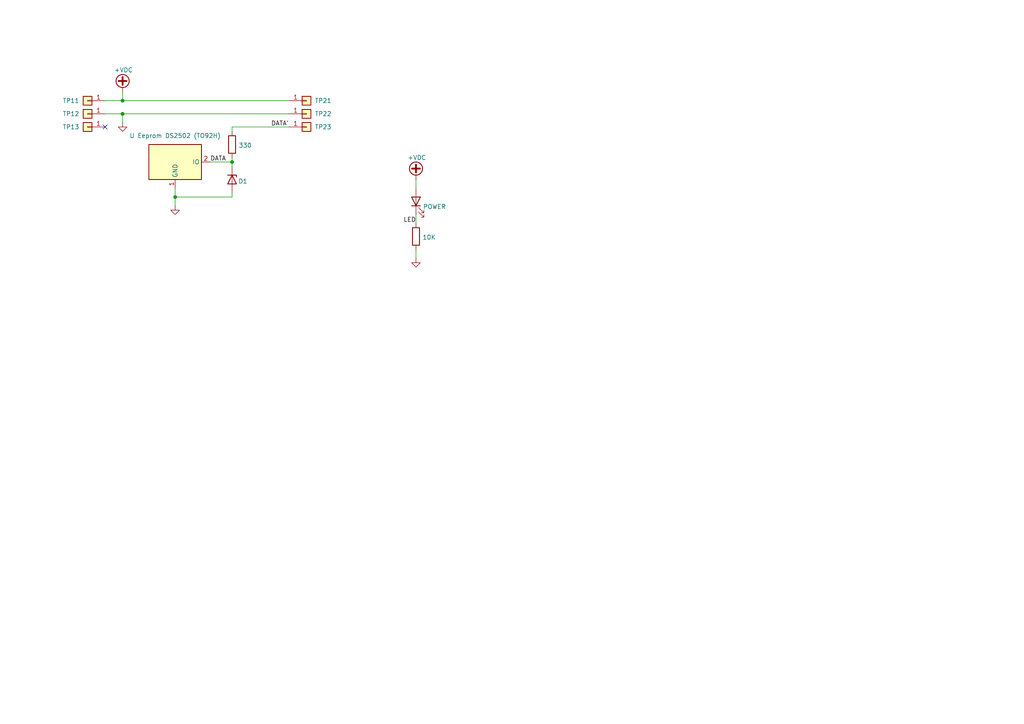
<source format=kicad_sch>
(kicad_sch (version 20231120) (generator "eeschema") (generator_version "8.0")
  (paper "A4")
  (lib_symbols
    (symbol "Connector_Generic:Conn_01x01" (pin_names (offset 1.016) hide)
      (property "Reference" "J" (at 0 2.54 0))
      (property "Value" "Conn_01x01" (at 0 -2.54 0))
      (symbol "Conn_01x01_1_1"
        (rectangle (start -1.27 0.127) (end 0 -0.127) (stroke (width 0.1524)))
        (rectangle (start -1.27 1.27) (end 1.27 -1.27) (stroke (width 0.254)) (fill (type background)))
        (pin passive line (at -5.08 0 0) (length 3.81) (name "Pin_1") (number "1"))
      )
    )
    (symbol "Device:D_Zener" (pin_numbers hide) (pin_names (offset 1.016) hide)
      (property "Reference" "D" (at 0 2.54 0))
      (property "Value" "D_Zener" (at 0 -2.54 0))
      (symbol "D_Zener_0_1"
        (polyline (pts (xy 1.27 0) (xy -1.27 0)))
        (polyline (pts (xy -1.27 -1.27) (xy -1.27 1.27) (xy -0.762 1.27)) (stroke (width 0.254)))
        (polyline (pts (xy 1.27 -1.27) (xy 1.27 1.27) (xy -1.27 0) (xy 1.27 -1.27)) (stroke (width 0.254)))
      )
      (symbol "D_Zener_1_1"
        (pin passive line (at -3.81 0 0) (length 2.54) (name "K") (number "1"))
        (pin passive line (at 3.81 0 180) (length 2.54) (name "A") (number "2"))
      )
    )
    (symbol "Device:LED" (pin_numbers hide) (pin_names (offset 1.016) hide)
      (property "Reference" "D" (at 0 2.54 0))
      (property "Value" "LED" (at 0 -2.54 0))
      (symbol "LED_0_1"
        (polyline (pts (xy -1.27 -1.27) (xy -1.27 1.27)) (stroke (width 0.254)))
        (polyline (pts (xy -1.27 0) (xy 1.27 0)))
        (polyline (pts (xy 1.27 -1.27) (xy 1.27 1.27) (xy -1.27 0) (xy 1.27 -1.27)) (stroke (width 0.254)))
        (polyline (pts (xy -3.048 -0.762) (xy -4.572 -2.286) (xy -3.81 -2.286) (xy -4.572 -2.286) (xy -4.572 -1.524)))
        (polyline (pts (xy -1.778 -0.762) (xy -3.302 -2.286) (xy -2.54 -2.286) (xy -3.302 -2.286) (xy -3.302 -1.524)))
      )
      (symbol "LED_1_1"
        (pin passive line (at -3.81 0 0) (length 2.54) (name "K") (number "1"))
        (pin passive line (at 3.81 0 180) (length 2.54) (name "A") (number "2"))
      )
    )
    (symbol "Device:R" (pin_numbers hide) (pin_names (offset 0))
      (property "Reference" "R" (at 2.032 0 90))
      (property "Value" "R" (at 0 0 90))
      (symbol "R_0_1"
        (rectangle (start -1.016 -2.54) (end 1.016 2.54) (stroke (width 0.254)))
      )
      (symbol "R_1_1"
        (pin passive line (at 0 3.81 270) (length 1.27) (name "~") (number "1"))
        (pin passive line (at 0 -3.81 90) (length 1.27) (name "~") (number "2"))
      )
    )
    (symbol "Memory_EEPROM:DS2431"
      (property "Reference" "U" (at -6.35 6.35 0))
      (property "Value" "DS2431" (at 7.62 6.35 0))
      (symbol "DS2431_1_1"
        (rectangle (start -7.62 5.08) (end 7.62 -5.08) (stroke (width 0.254)) (fill (type background)))
        (pin power_in line (at 0 -7.62 90) (length 2.54) (name "GND") (number "1"))
        (pin bidirectional line (at 10.16 0 180) (length 2.54) (name "IO") (number "2"))
        (pin no_connect line (at -7.62 0 0) (length 2.54) hide (name "NC") (number "3"))
      )
    )
    (symbol "power:+VDC" (power) (pin_numbers hide) (pin_names (offset 0) hide)
      (property "Value" "+VDC" (at 0 6.35 0))
      (symbol "+VDC_0_1"
        (polyline (pts (xy -1.143 3.175) (xy 1.143 3.175)) (stroke (width 0.508)))
        (polyline (pts (xy 0 0) (xy 0 1.27)))
        (polyline (pts (xy 0 2.032) (xy 0 4.318)) (stroke (width 0.508)))
        (circle (center 0 3.175) (radius 1.905) (stroke (width 0.254)))
      )
      (symbol "+VDC_1_1"
        (pin power_in line (at 0 0 90) (length 0) (name "~") (number "1"))
      )
    )
    (symbol "power:GND" (power) (pin_numbers hide) (pin_names (offset 0) hide)
      (property "Value" "GND" (at 0 -3.81 0))
      (symbol "GND_0_1"
        (polyline (pts (xy 0 0) (xy 0 -1.27) (xy 1.27 -1.27) (xy 0 -2.54) (xy -1.27 -1.27) (xy 0 -1.27)))
      )
      (symbol "GND_1_1"
        (pin power_in line (at 0 0 270) (length 0) (name "~") (number "1"))
      )
    )
  )
  (junction (at 35.56 29.21))
  (junction (at 35.56 33.02))
  (junction (at 50.8 57.15))
  (junction (at 67.31 46.99))
  (no_connect (at 30.48 36.83))
  (wire (pts (xy 35.56 26.67) (xy 35.56 29.21)))
  (wire (pts (xy 50.8 54.61) (xy 50.8 57.15)))
  (wire (pts (xy 67.31 45.72) (xy 67.31 46.99)))
  (wire (pts (xy 60.96 46.99) (xy 67.31 46.99)))
  (wire (pts (xy 67.31 36.83) (xy 83.82 36.83)))
  (wire (pts (xy 30.48 33.02) (xy 35.56 33.02)))
  (wire (pts (xy 120.65 72.39) (xy 120.65 74.93)))
  (wire (pts (xy 120.65 52.07) (xy 120.65 54.61)))
  (wire (pts (xy 35.56 29.21) (xy 83.82 29.21)))
  (wire (pts (xy 35.56 33.02) (xy 83.82 33.02)))
  (wire (pts (xy 30.48 29.21) (xy 35.56 29.21)))
  (wire (pts (xy 67.31 36.83) (xy 67.31 38.1)))
  (wire (pts (xy 67.31 48.26) (xy 67.31 46.99)))
  (wire (pts (xy 50.8 57.15) (xy 50.8 59.69)))
  (wire (pts (xy 67.31 57.15) (xy 67.31 55.88)))
  (wire (pts (xy 120.65 62.23) (xy 120.65 64.77)))
  (wire (pts (xy 50.8 57.15) (xy 67.31 57.15)))
  (wire (pts (xy 35.56 33.02) (xy 35.56 35.56)))
  (label "DATA" (at 60.96 46.99 0))
  (label "LED" (at 120.65 64.77 180))
  (label "DATA'" (at 83.82 36.83 180))
  (symbol (lib_id "power:+VDC") (at 120.65 52.07 0) (unit 1)
    (property "Reference" "#PWR05" (effects (hide yes)))
    (property "Value" "+VDC" (at 120.904 45.72 0))
    (property "Description" "Power symbol creates a global label with name \"+VDC\"" (effects (hide yes)))
  )
  (symbol (lib_id "power:GND") (at 120.65 74.93 0) (unit 1)
    (property "Reference" "#PWR03" (effects (hide yes)))
    (property "Value" "GND" (effects (hide yes)))
    (property "Description" "Power symbol creates a global label with name \"GND\" , ground" (effects (hide yes)))
  )
  (symbol (lib_id "Connector_Generic:Conn_01x01") (at 88.9 36.83 0) (unit 1)
    (property "Reference" "TP23" (at 93.726 36.83 0))
    (property "Value" "D" (effects (hide yes)))
    (property "Footprint" "Medo64:TP Pad (8.0x4.0)" (effects (hide yes)))
  )
  (symbol (lib_id "Device:D_Zener") (at 67.31 52.07 270) (unit 1)
    (property "Reference" "D1" (at 69.088 52.578 90) (effects (justify left)))
    (property "Value" "CUS08F30" (effects (hide yes)))
    (property "Footprint" "Medo64:D (SOD323)" (effects (hide yes)))
  )
  (symbol (lib_id "Device:LED") (at 120.65 58.42 90) (unit 1)
    (property "Reference" "DS1" (effects (hide yes)))
    (property "Value" "POWER" (at 122.682 59.944 90) (effects (justify right)))
    (property "Footprint" "Medo64:DS (0805)" (effects (hide yes)))
  )
  (symbol (lib_id "Connector_Generic:Conn_01x01") (at 25.4 36.83 180) (unit 1)
    (property "Reference" "TP13" (at 20.574 36.83 0))
    (property "Value" "S" (effects (hide yes)))
    (property "Footprint" "Medo64:TP Pad (8.0x4.0)" (effects (hide yes)))
  )
  (symbol (lib_id "power:+VDC") (at 35.56 26.67 0) (unit 1)
    (property "Reference" "#PWR04" (effects (hide yes)))
    (property "Value" "+VDC" (at 35.814 20.32 0))
    (property "Description" "Power symbol creates a global label with name \"+VDC\"" (effects (hide yes)))
  )
  (symbol (lib_id "Device:R") (at 67.31 41.91 180) (unit 1)
    (property "Reference" "R1" (effects (hide yes)))
    (property "Value" "330" (at 71.12 42.164 0))
    (property "Footprint" "Medo64:R (0805)" (effects (hide yes)))
  )
  (symbol (lib_id "Connector_Generic:Conn_01x01") (at 88.9 33.02 0) (unit 1)
    (property "Reference" "TP22" (at 93.726 33.02 0))
    (property "Value" "-" (effects (hide yes)))
    (property "Footprint" "Medo64:TP Pad (8.0x4.0)" (effects (hide yes)))
  )
  (symbol (lib_id "Connector_Generic:Conn_01x01") (at 25.4 29.21 180) (unit 1)
    (property "Reference" "TP11" (at 20.574 29.21 0))
    (property "Value" "+" (effects (hide yes)))
    (property "Footprint" "Medo64:TP Pad (8.0x4.0)" (effects (hide yes)))
  )
  (symbol (lib_id "power:GND") (at 35.56 35.56 0) (unit 1)
    (property "Reference" "#PWR01" (effects (hide yes)))
    (property "Value" "GND" (effects (hide yes)))
    (property "Description" "Power symbol creates a global label with name \"GND\" , ground" (effects (hide yes)))
  )
  (symbol (lib_id "power:GND") (at 50.8 59.69 0) (unit 1)
    (property "Reference" "#PWR02" (effects (hide yes)))
    (property "Value" "GND" (effects (hide yes)))
    (property "Description" "Power symbol creates a global label with name \"GND\" , ground" (effects (hide yes)))
  )
  (symbol (lib_id "Connector_Generic:Conn_01x01") (at 25.4 33.02 180) (unit 1)
    (property "Reference" "TP12" (at 20.574 33.02 0))
    (property "Value" "-" (effects (hide yes)))
    (property "Footprint" "Medo64:TP Pad (8.0x4.0)" (effects (hide yes)))
  )
  (symbol (lib_id "Memory_EEPROM:DS2431") (at 50.8 46.99 0) (unit 1)
    (property "Reference" "U1" (effects (hide yes)))
    (property "Value" "U Eeprom DS2502 (TO92H)" (at 50.8 39.37 0))
    (property "Footprint" "Medo64:U Eeprom DS2502 (TO92H)" (effects (hide yes)))
  )
  (symbol (lib_id "Connector_Generic:Conn_01x01") (at 88.9 29.21 0) (unit 1)
    (property "Reference" "TP21" (at 93.726 29.21 0))
    (property "Value" "+" (effects (hide yes)))
    (property "Footprint" "Medo64:TP Pad (8.0x4.0)" (effects (hide yes)))
  )
  (symbol (lib_id "Device:R") (at 120.65 68.58 180) (unit 1)
    (property "Reference" "R2" (effects (hide yes)))
    (property "Value" "10K" (at 124.46 68.834 0))
    (property "Footprint" "Medo64:R (0805)" (effects (hide yes)))
  )
)
</source>
